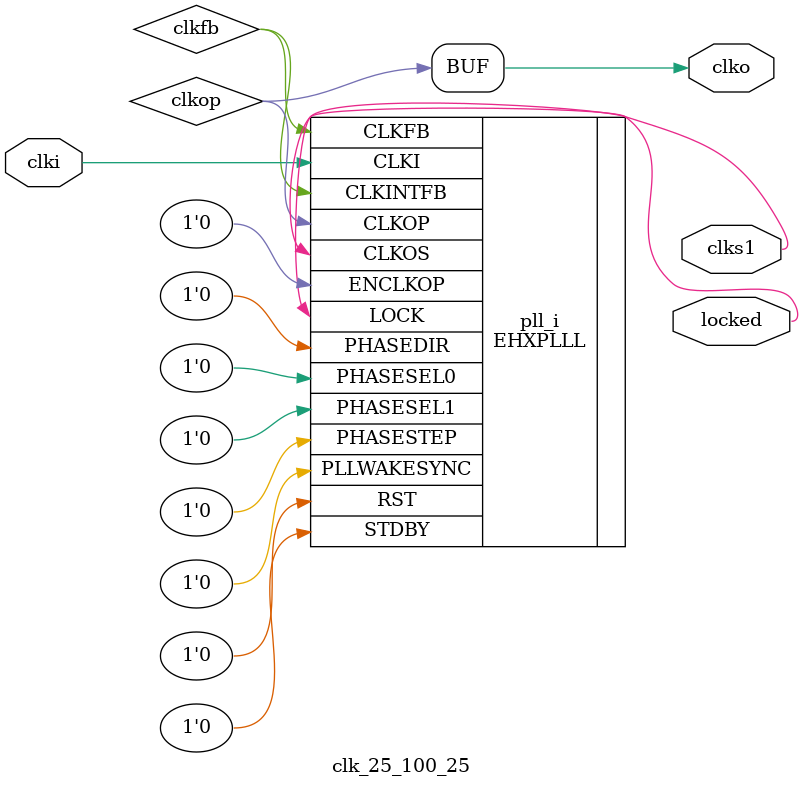
<source format=v>
module clk_25_100_25(input clki, 
    output clks1,
    output locked,
    output clko
);
wire clkfb;
wire clkos;
wire clkop;
(* ICP_CURRENT="12" *) (* LPF_RESISTOR="8" *) (* MFG_ENABLE_FILTEROPAMP="1" *) (* MFG_GMCREF_SEL="2" *)
EHXPLLL #(
        .PLLRST_ENA("DISABLED"),
        .INTFB_WAKE("DISABLED"),
        .STDBY_ENABLE("DISABLED"),
        .DPHASE_SOURCE("DISABLED"),
        .CLKOP_FPHASE(0),
        .CLKOP_CPHASE(2),
        .OUTDIVIDER_MUXA("DIVA"),
        .CLKOP_ENABLE("ENABLED"),
        .CLKOP_DIV(6),
        .CLKOS_ENABLE("ENABLED"),
        .CLKOS_DIV(24),
        .CLKOS_CPHASE(2),
        .CLKOS_FPHASE(0),
        .CLKFB_DIV(4),
        .CLKI_DIV(1),
        .FEEDBK_PATH("INT_OP")
    ) pll_i (
        .CLKI(clki),
        .CLKFB(clkfb),
        .CLKINTFB(clkfb),
        .CLKOP(clkop),
        .CLKOS(clks1),
        .RST(1'b0),
        .STDBY(1'b0),
        .PHASESEL0(1'b0),
        .PHASESEL1(1'b0),
        .PHASEDIR(1'b0),
        .PHASESTEP(1'b0),
        .PLLWAKESYNC(1'b0),
        .ENCLKOP(1'b0),
        .LOCK(locked)
	);
assign clko = clkop;
endmodule

</source>
